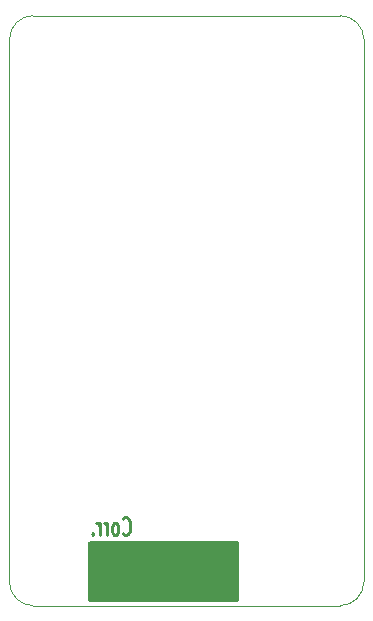
<source format=gbo>
G04 #@! TF.FileFunction,Legend,Bot*
%FSLAX46Y46*%
G04 Gerber Fmt 4.6, Leading zero omitted, Abs format (unit mm)*
G04 Created by KiCad (PCBNEW 0.201501172016+5377~20~ubuntu14.04.1-product) date Sun 18 Jan 2015 11:08:57 AM PST*
%MOMM*%
G01*
G04 APERTURE LIST*
%ADD10C,0.100000*%
%ADD11C,0.250000*%
%ADD12C,0.150000*%
G04 APERTURE END LIST*
D10*
D11*
X109600000Y-93835714D02*
X109647619Y-93907143D01*
X109790476Y-93978571D01*
X109885714Y-93978571D01*
X110028572Y-93907143D01*
X110123810Y-93764286D01*
X110171429Y-93621429D01*
X110219048Y-93335714D01*
X110219048Y-93121429D01*
X110171429Y-92835714D01*
X110123810Y-92692857D01*
X110028572Y-92550000D01*
X109885714Y-92478571D01*
X109790476Y-92478571D01*
X109647619Y-92550000D01*
X109600000Y-92621429D01*
X109028572Y-93978571D02*
X109123810Y-93907143D01*
X109171429Y-93835714D01*
X109219048Y-93692857D01*
X109219048Y-93264286D01*
X109171429Y-93121429D01*
X109123810Y-93050000D01*
X109028572Y-92978571D01*
X108885714Y-92978571D01*
X108790476Y-93050000D01*
X108742857Y-93121429D01*
X108695238Y-93264286D01*
X108695238Y-93692857D01*
X108742857Y-93835714D01*
X108790476Y-93907143D01*
X108885714Y-93978571D01*
X109028572Y-93978571D01*
X108266667Y-93978571D02*
X108266667Y-92978571D01*
X108266667Y-93264286D02*
X108219048Y-93121429D01*
X108171429Y-93050000D01*
X108076191Y-92978571D01*
X107980952Y-92978571D01*
X107647619Y-93978571D02*
X107647619Y-92978571D01*
X107647619Y-93264286D02*
X107600000Y-93121429D01*
X107552381Y-93050000D01*
X107457143Y-92978571D01*
X107361904Y-92978571D01*
X107028571Y-93835714D02*
X106980952Y-93907143D01*
X107028571Y-93978571D01*
X107076190Y-93907143D01*
X107028571Y-93835714D01*
X107028571Y-93978571D01*
D10*
X128000000Y-99950000D02*
G75*
G03X130000000Y-97950000I0J2000000D01*
G01*
X100000000Y-97950000D02*
G75*
G03X102000000Y-99950000I2000000J0D01*
G01*
X130000000Y-52000000D02*
G75*
G03X128000000Y-50000000I-2000000J0D01*
G01*
X102000000Y-50000000D02*
G75*
G03X100000000Y-52000000I0J-2000000D01*
G01*
X128000000Y-50000000D02*
X102000000Y-50000000D01*
X130000000Y-97900000D02*
X130000000Y-52000000D01*
X102000000Y-99950000D02*
X128000000Y-99950000D01*
X100000000Y-52000000D02*
X100000000Y-97900000D01*
D12*
G36*
X119325000Y-99481066D02*
X119231066Y-99575000D01*
X106818934Y-99575000D01*
X106725000Y-99481066D01*
X106725000Y-94668934D01*
X106818934Y-94575000D01*
X119231066Y-94575000D01*
X119325000Y-94668934D01*
X119325000Y-99481066D01*
X119325000Y-99481066D01*
G37*
X119325000Y-99481066D02*
X119231066Y-99575000D01*
X106818934Y-99575000D01*
X106725000Y-99481066D01*
X106725000Y-94668934D01*
X106818934Y-94575000D01*
X119231066Y-94575000D01*
X119325000Y-94668934D01*
X119325000Y-99481066D01*
M02*

</source>
